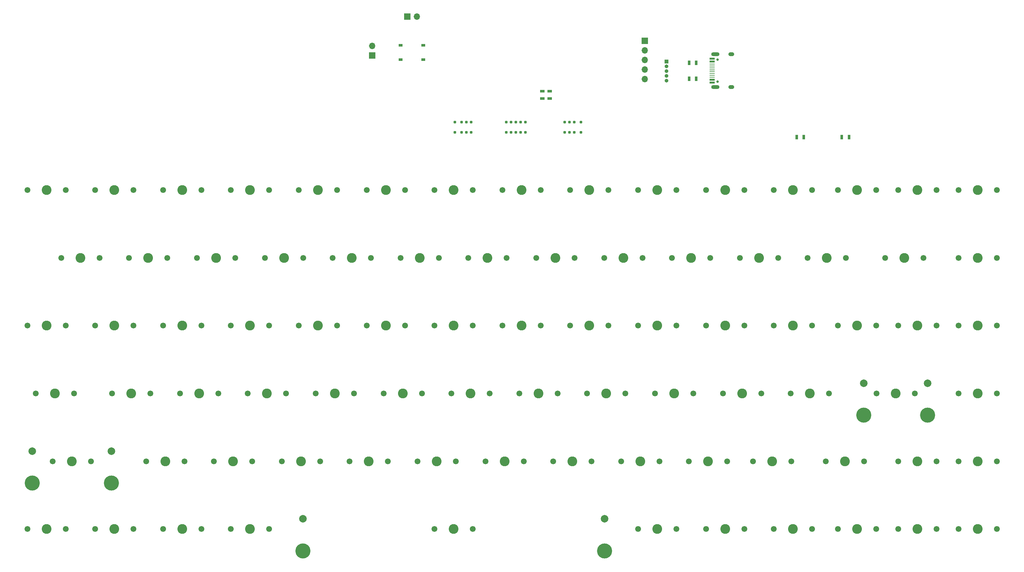
<source format=gbr>
%TF.GenerationSoftware,KiCad,Pcbnew,8.0.2*%
%TF.CreationDate,2024-05-05T23:04:00-07:00*%
%TF.ProjectId,g84_dropin,6738345f-6472-46f7-9069-6e2e6b696361,rev?*%
%TF.SameCoordinates,Original*%
%TF.FileFunction,Soldermask,Top*%
%TF.FilePolarity,Negative*%
%FSLAX46Y46*%
G04 Gerber Fmt 4.6, Leading zero omitted, Abs format (unit mm)*
G04 Created by KiCad (PCBNEW 8.0.2) date 2024-05-05 23:04:00*
%MOMM*%
%LPD*%
G01*
G04 APERTURE LIST*
G04 Aperture macros list*
%AMRoundRect*
0 Rectangle with rounded corners*
0 $1 Rounding radius*
0 $2 $3 $4 $5 $6 $7 $8 $9 X,Y pos of 4 corners*
0 Add a 4 corners polygon primitive as box body*
4,1,4,$2,$3,$4,$5,$6,$7,$8,$9,$2,$3,0*
0 Add four circle primitives for the rounded corners*
1,1,$1+$1,$2,$3*
1,1,$1+$1,$4,$5*
1,1,$1+$1,$6,$7*
1,1,$1+$1,$8,$9*
0 Add four rect primitives between the rounded corners*
20,1,$1+$1,$2,$3,$4,$5,0*
20,1,$1+$1,$4,$5,$6,$7,0*
20,1,$1+$1,$6,$7,$8,$9,0*
20,1,$1+$1,$8,$9,$2,$3,0*%
G04 Aperture macros list end*
%ADD10R,1.700000X1.700000*%
%ADD11O,1.700000X1.700000*%
%ADD12C,0.670000*%
%ADD13R,1.450000X0.250000*%
%ADD14R,1.450000X0.300000*%
%ADD15RoundRect,0.500000X0.600000X-0.000010X0.600000X0.000010X-0.600000X0.000010X-0.600000X-0.000010X0*%
%ADD16RoundRect,0.500000X0.300000X-0.000010X0.300000X0.000010X-0.300000X0.000010X-0.300000X-0.000010X0*%
%ADD17R,0.700000X1.300000*%
%ADD18C,0.787400*%
%ADD19C,1.550000*%
%ADD20C,2.600000*%
%ADD21C,2.000000*%
%ADD22C,4.000000*%
%ADD23R,1.000000X1.000000*%
%ADD24O,1.000000X1.000000*%
%ADD25R,1.300000X0.700000*%
%ADD26R,1.000000X0.750000*%
G04 APERTURE END LIST*
D10*
%TO.C,J7*%
X158500000Y-59750000D03*
D11*
X161040000Y-59750000D03*
%TD*%
D12*
%TO.C,J6*%
X240810000Y-71180000D03*
X240810000Y-76980000D03*
D13*
X239360000Y-77455000D03*
X239360000Y-76655000D03*
X239360000Y-75330000D03*
X239360000Y-74330000D03*
X239360000Y-73830000D03*
X239360000Y-72830000D03*
X239360000Y-71505000D03*
X239360000Y-70705000D03*
D14*
X239360000Y-70980000D03*
X239360000Y-71780000D03*
D13*
X239360000Y-72330000D03*
X239360000Y-73330000D03*
X239360000Y-74830000D03*
X239360000Y-75830000D03*
D14*
X239360000Y-76380000D03*
X239360000Y-77180000D03*
D15*
X240280000Y-69760000D03*
D16*
X244460000Y-78400000D03*
D15*
X240280000Y-78400000D03*
D16*
X244460000Y-69760000D03*
%TD*%
D17*
%TO.C,R4*%
X233300000Y-72000000D03*
X235200000Y-72000000D03*
%TD*%
%TO.C,R3*%
X233300000Y-76250000D03*
X235200000Y-76250000D03*
%TD*%
D18*
%TO.C,REF1*%
X175500000Y-87750000D03*
X174230000Y-87750000D03*
X172960000Y-87750000D03*
X171182000Y-87750000D03*
%TD*%
%TO.C,REF4*%
X175460000Y-90500000D03*
X174190000Y-90500000D03*
X172920000Y-90500000D03*
X171142000Y-90500000D03*
%TD*%
%TO.C,REF6*%
X200270000Y-90500000D03*
X201540000Y-90500000D03*
X202810000Y-90500000D03*
X204588000Y-90500000D03*
%TD*%
%TO.C,REF3*%
X204628000Y-87750000D03*
X202850000Y-87750000D03*
X201580000Y-87750000D03*
X200310000Y-87750000D03*
%TD*%
%TO.C,REF2*%
X189890000Y-87750000D03*
X188620000Y-87750000D03*
X187350000Y-87750000D03*
X186080000Y-87750000D03*
X184810000Y-87750000D03*
%TD*%
%TO.C,REF5*%
X184770000Y-90500000D03*
X186040000Y-90500000D03*
X187310000Y-90500000D03*
X188580000Y-90500000D03*
X189850000Y-90500000D03*
%TD*%
D19*
%TO.C,SW38*%
X188250000Y-159810000D03*
D20*
X193330000Y-159810000D03*
D19*
X198410000Y-159810000D03*
%TD*%
%TO.C,SW71*%
X255750000Y-141810000D03*
D20*
X260830000Y-141810000D03*
D19*
X265910000Y-141810000D03*
%TD*%
%TO.C,SW34*%
X116250000Y-159810000D03*
D20*
X121330000Y-159810000D03*
D19*
X126410000Y-159810000D03*
%TD*%
%TO.C,SW66*%
X304750000Y-123810000D03*
D20*
X309830000Y-123810000D03*
D19*
X314910000Y-123810000D03*
%TD*%
%TO.C,SW2*%
X75750000Y-105810000D03*
D20*
X80830000Y-105810000D03*
D19*
X85910000Y-105810000D03*
%TD*%
%TO.C,SW20*%
X228750000Y-123810000D03*
D20*
X233830000Y-123810000D03*
D19*
X238910000Y-123810000D03*
%TD*%
%TO.C,SW74*%
X304750000Y-141810000D03*
D20*
X309830000Y-141810000D03*
D19*
X314910000Y-141810000D03*
%TD*%
%TO.C,SW48*%
X197250000Y-177810000D03*
D20*
X202330000Y-177810000D03*
D19*
X207410000Y-177810000D03*
%TD*%
%TO.C,SW10*%
X219750000Y-105810000D03*
D20*
X224830000Y-105810000D03*
D19*
X229910000Y-105810000D03*
%TD*%
%TO.C,SW25*%
X129750000Y-141810000D03*
D20*
X134830000Y-141810000D03*
D19*
X139910000Y-141810000D03*
%TD*%
%TO.C,SW50*%
X233250000Y-177810000D03*
D20*
X238330000Y-177810000D03*
D19*
X243410000Y-177810000D03*
%TD*%
%TO.C,SW82*%
X304750000Y-177810000D03*
D20*
X309830000Y-177810000D03*
D19*
X314910000Y-177810000D03*
%TD*%
%TO.C,SW26*%
X147750000Y-141810000D03*
D20*
X152830000Y-141810000D03*
D19*
X157910000Y-141810000D03*
%TD*%
%TO.C,SW15*%
X138750000Y-123810000D03*
D20*
X143830000Y-123810000D03*
D19*
X148910000Y-123810000D03*
%TD*%
%TO.C,SW9*%
X201750000Y-105810000D03*
D20*
X206830000Y-105810000D03*
D19*
X211910000Y-105810000D03*
%TD*%
%TO.C,SW81*%
X288750000Y-177810000D03*
D20*
X293830000Y-177810000D03*
D19*
X298910000Y-177810000D03*
%TD*%
%TO.C,SW52*%
X75750000Y-195810000D03*
D20*
X80830000Y-195810000D03*
D19*
X85910000Y-195810000D03*
%TD*%
%TO.C,SW3*%
X93750000Y-105810000D03*
D20*
X98830000Y-105810000D03*
D19*
X103910000Y-105810000D03*
%TD*%
%TO.C,SW32*%
X80250000Y-159810000D03*
D20*
X85330000Y-159810000D03*
D19*
X90410000Y-159810000D03*
%TD*%
%TO.C,SW36*%
X152250000Y-159810000D03*
D20*
X157330000Y-159810000D03*
D19*
X162410000Y-159810000D03*
%TD*%
%TO.C,SW80*%
X269500000Y-177810000D03*
D20*
X274580000Y-177810000D03*
D19*
X279660000Y-177810000D03*
%TD*%
%TO.C,SW68*%
X264750000Y-123810000D03*
D20*
X269830000Y-123810000D03*
D19*
X274910000Y-123810000D03*
%TD*%
%TO.C,SW69*%
X246750000Y-123810000D03*
D20*
X251830000Y-123810000D03*
D19*
X256910000Y-123810000D03*
%TD*%
%TO.C,SW40*%
X224250000Y-159810000D03*
D20*
X229330000Y-159810000D03*
D19*
X234410000Y-159810000D03*
%TD*%
%TO.C,SW79*%
X250250000Y-177810000D03*
D20*
X255330000Y-177810000D03*
D19*
X260410000Y-177810000D03*
%TD*%
%TO.C,SW23*%
X93750000Y-141810000D03*
D20*
X98830000Y-141810000D03*
D19*
X103910000Y-141810000D03*
%TD*%
D17*
%TO.C,LED1*%
X263700000Y-91750000D03*
X261800000Y-91750000D03*
%TD*%
D19*
%TO.C,SW60*%
X288750000Y-195810000D03*
D20*
X293830000Y-195810000D03*
D19*
X298910000Y-195810000D03*
%TD*%
%TO.C,SW22*%
X75750000Y-141810000D03*
D20*
X80830000Y-141810000D03*
D19*
X85910000Y-141810000D03*
%TD*%
%TO.C,SW1*%
X57750000Y-105810000D03*
D20*
X62830000Y-105810000D03*
D19*
X67910000Y-105810000D03*
%TD*%
D21*
%TO.C,SW55*%
X130830000Y-193100000D03*
D22*
X130830000Y-201600000D03*
D19*
X165750000Y-195810000D03*
D20*
X170830000Y-195810000D03*
D19*
X175910000Y-195810000D03*
D21*
X210830000Y-193100000D03*
D22*
X210830000Y-201600000D03*
%TD*%
D19*
%TO.C,SW21*%
X57750000Y-141810000D03*
D20*
X62830000Y-141810000D03*
D19*
X67910000Y-141810000D03*
%TD*%
%TO.C,SW6*%
X147750000Y-105810000D03*
D20*
X152830000Y-105810000D03*
D19*
X157910000Y-105810000D03*
%TD*%
%TO.C,SW54*%
X111750000Y-195810000D03*
D20*
X116830000Y-195810000D03*
D19*
X121910000Y-195810000D03*
%TD*%
%TO.C,SW63*%
X272750000Y-105810000D03*
D20*
X277830000Y-105810000D03*
D19*
X282910000Y-105810000D03*
%TD*%
%TO.C,SW39*%
X206250000Y-159810000D03*
D20*
X211330000Y-159810000D03*
D19*
X216410000Y-159810000D03*
%TD*%
%TO.C,SW4*%
X111750000Y-105810000D03*
D20*
X116830000Y-105810000D03*
D19*
X121910000Y-105810000D03*
%TD*%
%TO.C,SW8*%
X183750000Y-105810000D03*
D20*
X188830000Y-105810000D03*
D19*
X193910000Y-105810000D03*
%TD*%
%TO.C,SW7*%
X165750000Y-105810000D03*
D20*
X170830000Y-105810000D03*
D19*
X175910000Y-105810000D03*
%TD*%
%TO.C,SW37*%
X170250000Y-159810000D03*
D20*
X175330000Y-159810000D03*
D19*
X180410000Y-159810000D03*
%TD*%
%TO.C,SW45*%
X143250000Y-177810000D03*
D20*
X148330000Y-177810000D03*
D19*
X153410000Y-177810000D03*
%TD*%
%TO.C,SW12*%
X84750000Y-123810000D03*
D20*
X89830000Y-123810000D03*
D19*
X94910000Y-123810000D03*
%TD*%
%TO.C,SW51*%
X57750000Y-195810000D03*
D20*
X62830000Y-195810000D03*
D19*
X67910000Y-195810000D03*
%TD*%
%TO.C,SW77*%
X260250000Y-159810000D03*
D20*
X265330000Y-159810000D03*
D19*
X270410000Y-159810000D03*
%TD*%
%TO.C,SW78*%
X242250000Y-159810000D03*
D20*
X247330000Y-159810000D03*
D19*
X252410000Y-159810000D03*
%TD*%
D21*
%TO.C,SW76*%
X279580000Y-157100000D03*
D22*
X279580000Y-165600000D03*
D19*
X283000000Y-159810000D03*
D20*
X288080000Y-159810000D03*
D19*
X293160000Y-159810000D03*
D21*
X296580000Y-157100000D03*
D22*
X296580000Y-165600000D03*
%TD*%
D19*
%TO.C,SW70*%
X237750000Y-141810000D03*
D20*
X242830000Y-141810000D03*
D19*
X247910000Y-141810000D03*
%TD*%
%TO.C,SW14*%
X120750000Y-123810000D03*
D20*
X125830000Y-123810000D03*
D19*
X130910000Y-123810000D03*
%TD*%
%TO.C,SW35*%
X134250000Y-159810000D03*
D20*
X139330000Y-159810000D03*
D19*
X144410000Y-159810000D03*
%TD*%
%TO.C,SW18*%
X192750000Y-123810000D03*
D20*
X197830000Y-123810000D03*
D19*
X202910000Y-123810000D03*
%TD*%
D17*
%TO.C,LED2*%
X273800000Y-91750000D03*
X275700000Y-91750000D03*
%TD*%
D19*
%TO.C,SW29*%
X201750000Y-141810000D03*
D20*
X206830000Y-141810000D03*
D19*
X211910000Y-141810000D03*
%TD*%
%TO.C,SW65*%
X304750000Y-105810000D03*
D20*
X309830000Y-105810000D03*
D19*
X314910000Y-105810000D03*
%TD*%
%TO.C,SW16*%
X156750000Y-123810000D03*
D20*
X161830000Y-123810000D03*
D19*
X166910000Y-123810000D03*
%TD*%
D10*
%TO.C,J3*%
X221500000Y-66130000D03*
D11*
X221500000Y-68670000D03*
X221500000Y-71210000D03*
X221500000Y-73750000D03*
X221500000Y-76290000D03*
%TD*%
D21*
%TO.C,SW41*%
X59080000Y-175100000D03*
D22*
X59080000Y-183600000D03*
D19*
X64500000Y-177810000D03*
D20*
X69580000Y-177810000D03*
D19*
X74660000Y-177810000D03*
D21*
X80080000Y-175100000D03*
D22*
X80080000Y-183600000D03*
%TD*%
D19*
%TO.C,SW53*%
X93750000Y-195810000D03*
D20*
X98830000Y-195810000D03*
D19*
X103910000Y-195810000D03*
%TD*%
%TO.C,SW72*%
X272750000Y-141810000D03*
D20*
X277830000Y-141810000D03*
D19*
X282910000Y-141810000D03*
%TD*%
%TO.C,SW47*%
X179250000Y-177810000D03*
D20*
X184330000Y-177810000D03*
D19*
X189410000Y-177810000D03*
%TD*%
%TO.C,SW75*%
X304750000Y-159810000D03*
D20*
X309830000Y-159810000D03*
D19*
X314910000Y-159810000D03*
%TD*%
%TO.C,SW83*%
X304750000Y-195810000D03*
D20*
X309830000Y-195810000D03*
D19*
X314910000Y-195810000D03*
%TD*%
%TO.C,SW31*%
X60000000Y-159810000D03*
D20*
X65080000Y-159810000D03*
D19*
X70160000Y-159810000D03*
%TD*%
%TO.C,SW43*%
X107250000Y-177810000D03*
D20*
X112330000Y-177810000D03*
D19*
X117410000Y-177810000D03*
%TD*%
D23*
%TO.C,J2*%
X227250000Y-71670000D03*
D24*
X227250000Y-72940000D03*
X227250000Y-74210000D03*
X227250000Y-75480000D03*
X227250000Y-76750000D03*
%TD*%
D19*
%TO.C,SW33*%
X98250000Y-159810000D03*
D20*
X103330000Y-159810000D03*
D19*
X108410000Y-159810000D03*
%TD*%
%TO.C,SW19*%
X210750000Y-123810000D03*
D20*
X215830000Y-123810000D03*
D19*
X220910000Y-123810000D03*
%TD*%
%TO.C,SW13*%
X102750000Y-123810000D03*
D20*
X107830000Y-123810000D03*
D19*
X112910000Y-123810000D03*
%TD*%
%TO.C,SW49*%
X215250000Y-177810000D03*
D20*
X220330000Y-177810000D03*
D19*
X225410000Y-177810000D03*
%TD*%
%TO.C,SW27*%
X165750000Y-141810000D03*
D20*
X170830000Y-141810000D03*
D19*
X175910000Y-141810000D03*
%TD*%
%TO.C,SW64*%
X288750000Y-105810000D03*
D20*
X293830000Y-105810000D03*
D19*
X298910000Y-105810000D03*
%TD*%
%TO.C,SW24*%
X111750000Y-141810000D03*
D20*
X116830000Y-141810000D03*
D19*
X121910000Y-141810000D03*
%TD*%
%TO.C,SW30*%
X219750000Y-141810000D03*
D20*
X224830000Y-141810000D03*
D19*
X229910000Y-141810000D03*
%TD*%
%TO.C,SW62*%
X255750000Y-105810000D03*
D20*
X260830000Y-105810000D03*
D19*
X265910000Y-105810000D03*
%TD*%
%TO.C,SW59*%
X272750000Y-195810000D03*
D20*
X277830000Y-195810000D03*
D19*
X282910000Y-195810000D03*
%TD*%
%TO.C,SW11*%
X66750000Y-123810000D03*
D20*
X71830000Y-123810000D03*
D19*
X76910000Y-123810000D03*
%TD*%
%TO.C,SW57*%
X237750000Y-195810000D03*
D20*
X242830000Y-195810000D03*
D19*
X247910000Y-195810000D03*
%TD*%
%TO.C,SW17*%
X174750000Y-123810000D03*
D20*
X179830000Y-123810000D03*
D19*
X184910000Y-123810000D03*
%TD*%
%TO.C,SW5*%
X129750000Y-105810000D03*
D20*
X134830000Y-105810000D03*
D19*
X139910000Y-105810000D03*
%TD*%
%TO.C,SW56*%
X219750000Y-195810000D03*
D20*
X224830000Y-195810000D03*
D19*
X229910000Y-195810000D03*
%TD*%
%TO.C,SW73*%
X288750000Y-141810000D03*
D20*
X293830000Y-141810000D03*
D19*
X298910000Y-141810000D03*
%TD*%
%TO.C,SW61*%
X237750000Y-105810000D03*
D20*
X242830000Y-105810000D03*
D19*
X247910000Y-105810000D03*
%TD*%
%TO.C,SW67*%
X285250000Y-123810000D03*
D20*
X290330000Y-123810000D03*
D19*
X295410000Y-123810000D03*
%TD*%
%TO.C,SW42*%
X89250000Y-177810000D03*
D20*
X94330000Y-177810000D03*
D19*
X99410000Y-177810000D03*
%TD*%
%TO.C,SW28*%
X183750000Y-141810000D03*
D20*
X188830000Y-141810000D03*
D19*
X193910000Y-141810000D03*
%TD*%
%TO.C,SW58*%
X255750000Y-195810000D03*
D20*
X260830000Y-195810000D03*
D19*
X265910000Y-195810000D03*
%TD*%
%TO.C,SW46*%
X161250000Y-177810000D03*
D20*
X166330000Y-177810000D03*
D19*
X171410000Y-177810000D03*
%TD*%
%TO.C,SW44*%
X125250000Y-177810000D03*
D20*
X130330000Y-177810000D03*
D19*
X135410000Y-177810000D03*
%TD*%
D25*
%TO.C,R2*%
X194330000Y-79550000D03*
X194330000Y-81450000D03*
%TD*%
D26*
%TO.C,RST1*%
X156750000Y-67375000D03*
X162750000Y-67375000D03*
X156750000Y-71125000D03*
X162750000Y-71125000D03*
%TD*%
D10*
%TO.C,J1*%
X149250000Y-70040000D03*
D11*
X149250000Y-67500000D03*
%TD*%
D25*
%TO.C,R1*%
X196330000Y-79550000D03*
X196330000Y-81450000D03*
%TD*%
M02*

</source>
